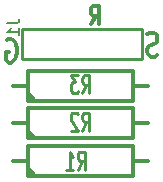
<source format=gbo>
G04 (created by PCBNEW-RS274X (2011-05-25)-stable) date Thu 21 Feb 2013 08:05:00 PM EST*
G01*
G70*
G90*
%MOIN*%
G04 Gerber Fmt 3.4, Leading zero omitted, Abs format*
%FSLAX34Y34*%
G04 APERTURE LIST*
%ADD10C,0.006000*%
%ADD11C,0.012000*%
%ADD12C,0.010000*%
%ADD13C,0.008000*%
G04 APERTURE END LIST*
G54D10*
G54D11*
X65545Y-30543D02*
X65712Y-30257D01*
X65831Y-30543D02*
X65831Y-29943D01*
X65640Y-29943D01*
X65593Y-29971D01*
X65569Y-30000D01*
X65545Y-30057D01*
X65545Y-30143D01*
X65569Y-30200D01*
X65593Y-30229D01*
X65640Y-30257D01*
X65831Y-30257D01*
X67771Y-31586D02*
X67685Y-31624D01*
X67542Y-31624D01*
X67485Y-31586D01*
X67456Y-31548D01*
X67428Y-31471D01*
X67428Y-31395D01*
X67456Y-31319D01*
X67485Y-31281D01*
X67542Y-31243D01*
X67656Y-31205D01*
X67714Y-31167D01*
X67742Y-31129D01*
X67771Y-31052D01*
X67771Y-30976D01*
X67742Y-30900D01*
X67714Y-30862D01*
X67656Y-30824D01*
X67514Y-30824D01*
X67428Y-30862D01*
X62743Y-31062D02*
X62800Y-31024D01*
X62886Y-31024D01*
X62971Y-31062D01*
X63029Y-31138D01*
X63057Y-31214D01*
X63086Y-31367D01*
X63086Y-31481D01*
X63057Y-31633D01*
X63029Y-31710D01*
X62971Y-31786D01*
X62886Y-31824D01*
X62829Y-31824D01*
X62743Y-31786D01*
X62714Y-31748D01*
X62714Y-31481D01*
X62829Y-31481D01*
G54D12*
X67250Y-30700D02*
X63250Y-30700D01*
X67250Y-31700D02*
X63250Y-31700D01*
X63250Y-31700D02*
X63250Y-30700D01*
X67250Y-30700D02*
X67250Y-31700D01*
G54D11*
X63450Y-35600D02*
X63450Y-34600D01*
X63450Y-34600D02*
X66950Y-34600D01*
X66950Y-34600D02*
X66950Y-35600D01*
X66950Y-35600D02*
X63450Y-35600D01*
X63450Y-35350D02*
X63700Y-35600D01*
X63450Y-35100D02*
X62950Y-35100D01*
X66950Y-35100D02*
X67450Y-35100D01*
X63450Y-34350D02*
X63450Y-33350D01*
X63450Y-33350D02*
X66950Y-33350D01*
X66950Y-33350D02*
X66950Y-34350D01*
X66950Y-34350D02*
X63450Y-34350D01*
X63450Y-34100D02*
X63700Y-34350D01*
X63450Y-33850D02*
X62950Y-33850D01*
X66950Y-33850D02*
X67450Y-33850D01*
X63450Y-33100D02*
X63450Y-32100D01*
X63450Y-32100D02*
X66950Y-32100D01*
X66950Y-32100D02*
X66950Y-33100D01*
X66950Y-33100D02*
X63450Y-33100D01*
X63450Y-32850D02*
X63700Y-33100D01*
X63450Y-32600D02*
X62950Y-32600D01*
X66950Y-32600D02*
X67450Y-32600D01*
G54D13*
X62762Y-30517D02*
X63048Y-30517D01*
X63105Y-30497D01*
X63143Y-30459D01*
X63162Y-30402D01*
X63162Y-30364D01*
X63162Y-30917D02*
X63162Y-30688D01*
X63162Y-30802D02*
X62762Y-30802D01*
X62819Y-30764D01*
X62857Y-30726D01*
X62876Y-30688D01*
G54D12*
X65116Y-35393D02*
X65250Y-35107D01*
X65345Y-35393D02*
X65345Y-34793D01*
X65192Y-34793D01*
X65154Y-34821D01*
X65135Y-34850D01*
X65116Y-34907D01*
X65116Y-34993D01*
X65135Y-35050D01*
X65154Y-35079D01*
X65192Y-35107D01*
X65345Y-35107D01*
X64735Y-35393D02*
X64964Y-35393D01*
X64850Y-35393D02*
X64850Y-34793D01*
X64888Y-34879D01*
X64926Y-34936D01*
X64964Y-34964D01*
X65266Y-34093D02*
X65400Y-33807D01*
X65495Y-34093D02*
X65495Y-33493D01*
X65342Y-33493D01*
X65304Y-33521D01*
X65285Y-33550D01*
X65266Y-33607D01*
X65266Y-33693D01*
X65285Y-33750D01*
X65304Y-33779D01*
X65342Y-33807D01*
X65495Y-33807D01*
X65114Y-33550D02*
X65095Y-33521D01*
X65057Y-33493D01*
X64961Y-33493D01*
X64923Y-33521D01*
X64904Y-33550D01*
X64885Y-33607D01*
X64885Y-33664D01*
X64904Y-33750D01*
X65133Y-34093D01*
X64885Y-34093D01*
X65266Y-32843D02*
X65400Y-32557D01*
X65495Y-32843D02*
X65495Y-32243D01*
X65342Y-32243D01*
X65304Y-32271D01*
X65285Y-32300D01*
X65266Y-32357D01*
X65266Y-32443D01*
X65285Y-32500D01*
X65304Y-32529D01*
X65342Y-32557D01*
X65495Y-32557D01*
X65133Y-32243D02*
X64885Y-32243D01*
X65019Y-32471D01*
X64961Y-32471D01*
X64923Y-32500D01*
X64904Y-32529D01*
X64885Y-32586D01*
X64885Y-32729D01*
X64904Y-32786D01*
X64923Y-32814D01*
X64961Y-32843D01*
X65076Y-32843D01*
X65114Y-32814D01*
X65133Y-32786D01*
M02*

</source>
